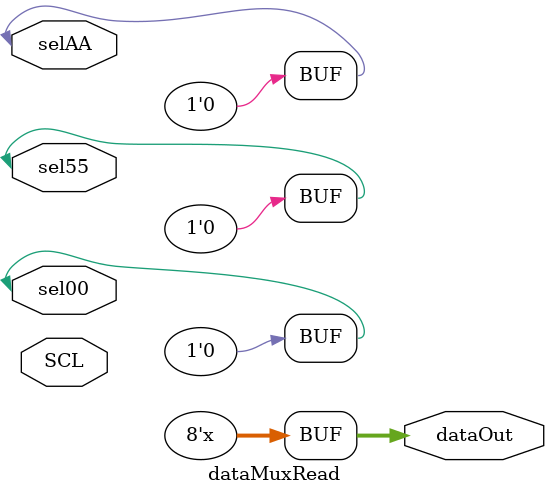
<source format=v>
module dataMuxRead(dataOut, sel00, selAA, sel55, SCL);

output reg [7:0] dataOut;
input wire sel00, selAA, sel55, SCL;

initial begin
	sel00 = 0;
	selAA = 0;
	sel55 = 0;
end

always@(sel00 or selAA or sel55)
begin
	if(sel00)
	begin
		dataOut <= 'h00;
	end
	else if(selAA)
	begin
		dataOut <= 'hAA;
	end
	else if(sel55)
	begin
		dataOut <= 'h55;
	end
end

endmodule

</source>
